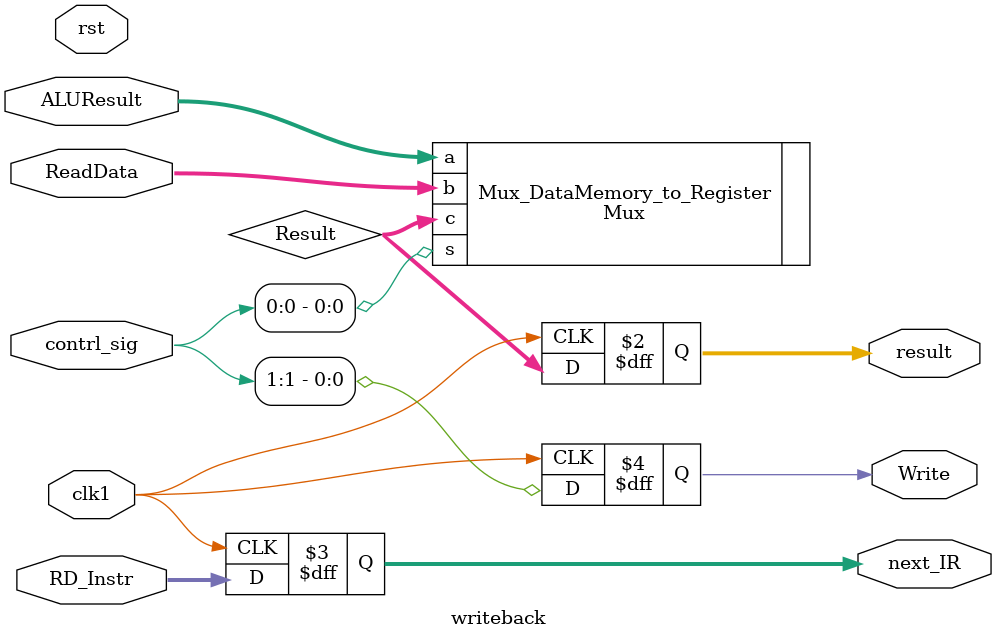
<source format=v>
module writeback(next_IR,result,Write,rst,clk1,ALUResult,ReadData,RD_Instr,contrl_sig);
output reg signed [31:0]result;
output reg [31:0]next_IR;
output reg Write;
//output reg [7:0]ctrl_sig;
input [31:0] RD_Instr;
input signed [31:0]ALUResult,ReadData;
input clk1,rst;
input [7:0]contrl_sig;
wire [31:0] Result;
//wire ResultSrc,RegWrite;

 Mux Mux_DataMemory_to_Register(
                            .a(ALUResult),
                            .b(ReadData),
                            .s(contrl_sig[0]),
                            .c(Result)
    );


/*Control_Unit_Top Control_Unit_Top(
                            .Op(RD_Instr[6:0]),
                            
                            .RegWrite(RegWrite),
                            .ResultSrc(ResultSrc)
    );*/

always@(posedge clk1)
begin
next_IR<=RD_Instr;
result<=Result;
Write<=contrl_sig[1];
end
endmodule

</source>
